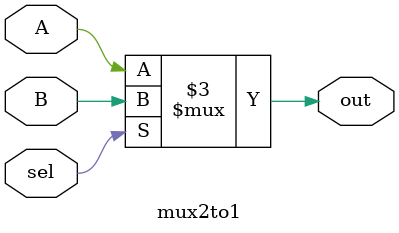
<source format=v>
`timescale 1ns / 1ps

module mux2to1(out, A, B, sel);
    output out;
    input A;
    input B;
    input sel;
    
    reg out;
    always @ (sel)
        begin
            if (sel)
                out <= B;
            else 
                out <= A;
        end
endmodule

</source>
